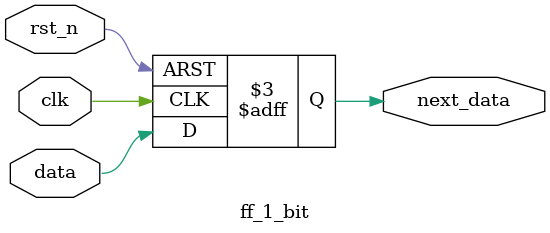
<source format=v>
module bit_block_counter (data,
                          data_enb,
                          clk,
                          rst_n,
                          block_cnt,
                          valid);
  parameter DATA_B_W = 32;
  parameter CNT_B_W = 4;

  parameter NO_B_1 = 2'b00;
  parameter ONE_B_1 = 2'b01;
  parameter TWO_B_1 = 2'b10;
  parameter BLCK_B_1 = 2'b11;
  
  input [DATA_B_W-1:0] data;
  input data_enb;
  input clk;
  input rst_n;

  output [CNT_B_W-1:0] block_cnt;
  output valid;

  wire [DATA_B_W-1:0] data;
  wire data_enb;
  wire clk;
  wire rst_n;

  reg [CNT_B_W-1:0] block_cnt;
  wire valid;

  //Internal variable  
  reg [DATA_B_W-1:0] data_int;
  wire data_enb_int;
  wire valid_int;
  reg [DATA_B_W:0] flg;
  reg [1:0] state;
  reg [CNT_B_W-1:0] block_cnt_int;

  always @(posedge clk or negedge rst_n) begin
    if (rst_n == 1'b0) begin
      data_int <= 32'h0000_0000;
    end
    else begin
      if (data_enb == 1'b1) begin
        data_int <= data;
      end
    end
  end

  ff_1_bit ff_1_bit_01 (.data(data_enb),
                        .clk(clk),
                        .rst_n(rst_n),
                        .next_data(data_enb_int));

  assign valid_int = data_enb_int;

  ff_1_bit ff_1_bit_02 (.data(valid_int),
                        .clk(clk),
                        .rst_n(rst_n),
                        .next_data(valid));


  always @(data_int) begin
    block_cnt_int = 4'b0000;
    state = NO_B_1;
    flg = 32'h0000_0000;
  end

  genvar k;

  generate
  for (k=0; k<=DATA_B_W-1; k=k+1) begin : cntr_time
    always @(flg[k]) begin
      case (data_int) 
        1'b0: begin
                state = NO_B_1;
              end
        1'b1: begin
                if (state == NO_B_1) begin
                  state = ONE_B_1;
                end
                else if (state == ONE_B_1) begin
                  state = BLCK_B_1;
                end
                else begin
                  state = BLCK_B_1;
                end
              end
        default: begin
                   state = 2'b11;
                 end
      endcase
      flg[k+1] = 1'b1;
    end

    always @(state) begin
      case (state) 
        NO_B_1, ONE_B_1, BLCK_B_1: begin
                                     block_cnt_int = block_cnt_int;
                                   end
        TWO_B_1: begin
                   block_cnt_int = block_cnt_int + 1;
                 end
        default: begin
                   block_cnt_int = 4'b1111;
                 end
      endcase
    end
  end
  endgenerate

  always @(posedge clk or negedge rst_n) begin
    if (rst_n == 1'b0) begin
      block_cnt <= 4'h0;
    end
    else begin
      block_cnt <= block_cnt_int;
    end
  end
endmodule

module ff_1_bit (data,
                 clk,
                 rst_n,
                 next_data);

  input data;
  input clk;
  input rst_n;
  
  output next_data;

  wire data;
  wire clk;
  wire rst_n;

  reg next_data;

  always @(posedge clk or negedge rst_n) begin
    if (rst_n == 1'b0) begin
      next_data <= 1'b0;
    end
    else begin
      next_data <= data;
    end
  end
endmodule


</source>
